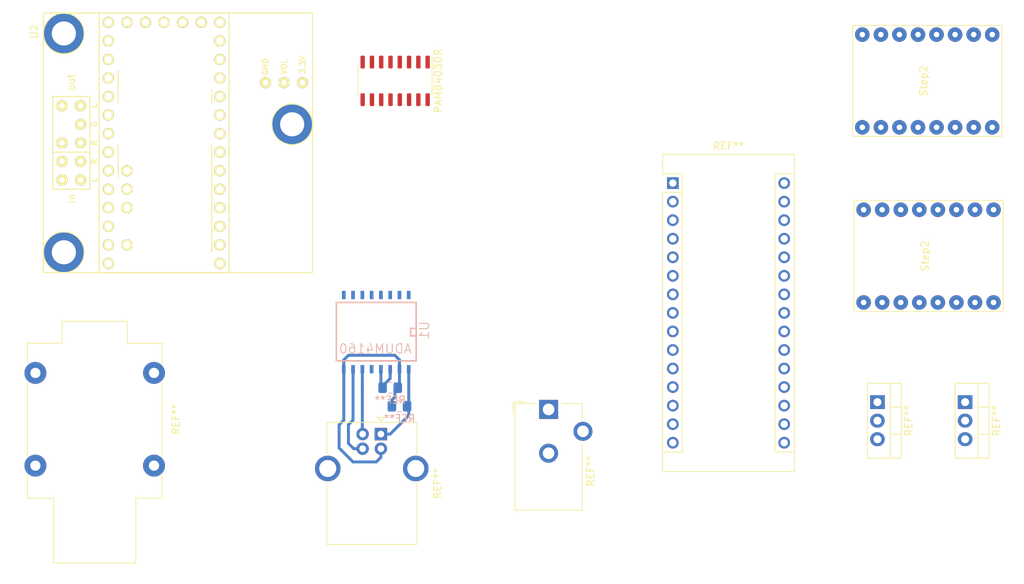
<source format=kicad_pcb>
(kicad_pcb (version 20171130) (host pcbnew 5.1.8)

  (general
    (thickness 1.6)
    (drawings 8)
    (tracks 35)
    (zones 0)
    (modules 13)
    (nets 1)
  )

  (page A4)
  (layers
    (0 F.Cu signal)
    (31 B.Cu signal)
    (32 B.Adhes user)
    (33 F.Adhes user)
    (34 B.Paste user)
    (35 F.Paste user)
    (36 B.SilkS user)
    (37 F.SilkS user)
    (38 B.Mask user)
    (39 F.Mask user)
    (40 Dwgs.User user)
    (41 Cmts.User user)
    (42 Eco1.User user)
    (43 Eco2.User user)
    (44 Edge.Cuts user)
    (45 Margin user)
    (46 B.CrtYd user)
    (47 F.CrtYd user)
    (48 B.Fab user hide)
    (49 F.Fab user)
  )

  (setup
    (last_trace_width 0.4)
    (user_trace_width 0.4)
    (trace_clearance 0.2)
    (zone_clearance 0.508)
    (zone_45_only no)
    (trace_min 0.2)
    (via_size 0.8)
    (via_drill 0.4)
    (via_min_size 0.4)
    (via_min_drill 0.3)
    (uvia_size 0.3)
    (uvia_drill 0.1)
    (uvias_allowed no)
    (uvia_min_size 0.2)
    (uvia_min_drill 0.1)
    (edge_width 0.05)
    (segment_width 0.2)
    (pcb_text_width 0.3)
    (pcb_text_size 1.5 1.5)
    (mod_edge_width 0.12)
    (mod_text_size 1 1)
    (mod_text_width 0.15)
    (pad_size 1.7 1.7)
    (pad_drill 0.92)
    (pad_to_mask_clearance 0)
    (aux_axis_origin 0 0)
    (visible_elements FFFFFF7F)
    (pcbplotparams
      (layerselection 0x010fc_ffffffff)
      (usegerberextensions false)
      (usegerberattributes true)
      (usegerberadvancedattributes true)
      (creategerberjobfile true)
      (excludeedgelayer true)
      (linewidth 0.100000)
      (plotframeref false)
      (viasonmask false)
      (mode 1)
      (useauxorigin false)
      (hpglpennumber 1)
      (hpglpenspeed 20)
      (hpglpendiameter 15.000000)
      (psnegative false)
      (psa4output false)
      (plotreference true)
      (plotvalue true)
      (plotinvisibletext false)
      (padsonsilk false)
      (subtractmaskfromsilk false)
      (outputformat 1)
      (mirror false)
      (drillshape 1)
      (scaleselection 1)
      (outputdirectory ""))
  )

  (net 0 "")

  (net_class Default "This is the default net class."
    (clearance 0.2)
    (trace_width 0.25)
    (via_dia 0.8)
    (via_drill 0.4)
    (uvia_dia 0.3)
    (uvia_drill 0.1)
  )

  (module Capacitor_SMD:C_0805_2012Metric_Pad1.18x1.45mm_HandSolder (layer B.Cu) (tedit 5F68FEEF) (tstamp 5FD84DB4)
    (at 127 113.03)
    (descr "Capacitor SMD 0805 (2012 Metric), square (rectangular) end terminal, IPC_7351 nominal with elongated pad for handsoldering. (Body size source: IPC-SM-782 page 76, https://www.pcb-3d.com/wordpress/wp-content/uploads/ipc-sm-782a_amendment_1_and_2.pdf, https://docs.google.com/spreadsheets/d/1BsfQQcO9C6DZCsRaXUlFlo91Tg2WpOkGARC1WS5S8t0/edit?usp=sharing), generated with kicad-footprint-generator")
    (tags "capacitor handsolder")
    (attr smd)
    (fp_text reference REF** (at 0 1.68) (layer B.SilkS)
      (effects (font (size 1 1) (thickness 0.15)) (justify mirror))
    )
    (fp_text value C_0805_2012Metric_Pad1.18x1.45mm_HandSolder (at 0 -1.68) (layer B.Fab)
      (effects (font (size 1 1) (thickness 0.15)) (justify mirror))
    )
    (fp_line (start 1.88 -0.98) (end -1.88 -0.98) (layer B.CrtYd) (width 0.05))
    (fp_line (start 1.88 0.98) (end 1.88 -0.98) (layer B.CrtYd) (width 0.05))
    (fp_line (start -1.88 0.98) (end 1.88 0.98) (layer B.CrtYd) (width 0.05))
    (fp_line (start -1.88 -0.98) (end -1.88 0.98) (layer B.CrtYd) (width 0.05))
    (fp_line (start -0.261252 -0.735) (end 0.261252 -0.735) (layer B.SilkS) (width 0.12))
    (fp_line (start -0.261252 0.735) (end 0.261252 0.735) (layer B.SilkS) (width 0.12))
    (fp_line (start 1 -0.625) (end -1 -0.625) (layer B.Fab) (width 0.1))
    (fp_line (start 1 0.625) (end 1 -0.625) (layer B.Fab) (width 0.1))
    (fp_line (start -1 0.625) (end 1 0.625) (layer B.Fab) (width 0.1))
    (fp_line (start -1 -0.625) (end -1 0.625) (layer B.Fab) (width 0.1))
    (fp_text user %R (at 0 0) (layer B.Fab)
      (effects (font (size 0.5 0.5) (thickness 0.08)) (justify mirror))
    )
    (pad 1 smd roundrect (at -1.0375 0) (size 1.175 1.45) (layers B.Cu B.Paste B.Mask) (roundrect_rratio 0.212766))
    (pad 2 smd roundrect (at 1.0375 0) (size 1.175 1.45) (layers B.Cu B.Paste B.Mask) (roundrect_rratio 0.212766))
    (model ${KISYS3DMOD}/Capacitor_SMD.3dshapes/C_0805_2012Metric.wrl
      (at (xyz 0 0 0))
      (scale (xyz 1 1 1))
      (rotate (xyz 0 0 0))
    )
  )

  (module Capacitor_SMD:C_0805_2012Metric_Pad1.18x1.45mm_HandSolder (layer B.Cu) (tedit 5F68FEEF) (tstamp 5FD84CC4)
    (at 128.27 115.57)
    (descr "Capacitor SMD 0805 (2012 Metric), square (rectangular) end terminal, IPC_7351 nominal with elongated pad for handsoldering. (Body size source: IPC-SM-782 page 76, https://www.pcb-3d.com/wordpress/wp-content/uploads/ipc-sm-782a_amendment_1_and_2.pdf, https://docs.google.com/spreadsheets/d/1BsfQQcO9C6DZCsRaXUlFlo91Tg2WpOkGARC1WS5S8t0/edit?usp=sharing), generated with kicad-footprint-generator")
    (tags "capacitor handsolder")
    (attr smd)
    (fp_text reference REF** (at 0 1.68) (layer B.SilkS)
      (effects (font (size 1 1) (thickness 0.15)) (justify mirror))
    )
    (fp_text value C_0805_2012Metric_Pad1.18x1.45mm_HandSolder (at 0 -1.68) (layer B.Fab)
      (effects (font (size 1 1) (thickness 0.15)) (justify mirror))
    )
    (fp_text user %R (at 0 0) (layer B.Fab)
      (effects (font (size 0.5 0.5) (thickness 0.08)) (justify mirror))
    )
    (fp_line (start -1 -0.625) (end -1 0.625) (layer B.Fab) (width 0.1))
    (fp_line (start -1 0.625) (end 1 0.625) (layer B.Fab) (width 0.1))
    (fp_line (start 1 0.625) (end 1 -0.625) (layer B.Fab) (width 0.1))
    (fp_line (start 1 -0.625) (end -1 -0.625) (layer B.Fab) (width 0.1))
    (fp_line (start -0.261252 0.735) (end 0.261252 0.735) (layer B.SilkS) (width 0.12))
    (fp_line (start -0.261252 -0.735) (end 0.261252 -0.735) (layer B.SilkS) (width 0.12))
    (fp_line (start -1.88 -0.98) (end -1.88 0.98) (layer B.CrtYd) (width 0.05))
    (fp_line (start -1.88 0.98) (end 1.88 0.98) (layer B.CrtYd) (width 0.05))
    (fp_line (start 1.88 0.98) (end 1.88 -0.98) (layer B.CrtYd) (width 0.05))
    (fp_line (start 1.88 -0.98) (end -1.88 -0.98) (layer B.CrtYd) (width 0.05))
    (pad 2 smd roundrect (at 1.0375 0) (size 1.175 1.45) (layers B.Cu B.Paste B.Mask) (roundrect_rratio 0.212766))
    (pad 1 smd roundrect (at -1.0375 0) (size 1.175 1.45) (layers B.Cu B.Paste B.Mask) (roundrect_rratio 0.212766))
    (model ${KISYS3DMOD}/Capacitor_SMD.3dshapes/C_0805_2012Metric.wrl
      (at (xyz 0 0 0))
      (scale (xyz 1 1 1))
      (rotate (xyz 0 0 0))
    )
  )

  (module Connector_USB:USB_B_OST_USB-B1HSxx_Horizontal (layer F.Cu) (tedit 5FD7D0C8) (tstamp 5FD151C4)
    (at 125.73 119.38 270)
    (descr "USB B receptacle, Horizontal, through-hole, http://www.on-shore.com/wp-content/uploads/2015/09/usb-b1hsxx.pdf")
    (tags "USB-B receptacle horizontal through-hole")
    (fp_text reference REF** (at 6.76 -7.77 90) (layer F.SilkS)
      (effects (font (size 1 1) (thickness 0.15)))
    )
    (fp_text value USB_B_OST_USB-B1HSxx_Horizontal (at 6.76 10.27 90) (layer F.Fab)
      (effects (font (size 1 1) (thickness 0.15)))
    )
    (fp_line (start -0.49 -4.8) (end 15.01 -4.8) (layer F.Fab) (width 0.1))
    (fp_line (start 15.01 -4.8) (end 15.01 7.3) (layer F.Fab) (width 0.1))
    (fp_line (start 15.01 7.3) (end -1.49 7.3) (layer F.Fab) (width 0.1))
    (fp_line (start -1.49 7.3) (end -1.49 -3.8) (layer F.Fab) (width 0.1))
    (fp_line (start -1.49 -3.8) (end -0.49 -4.8) (layer F.Fab) (width 0.1))
    (fp_line (start 2.66 -4.91) (end -1.6 -4.91) (layer F.SilkS) (width 0.12))
    (fp_line (start -1.6 -4.91) (end -1.6 7.41) (layer F.SilkS) (width 0.12))
    (fp_line (start -1.6 7.41) (end 2.66 7.41) (layer F.SilkS) (width 0.12))
    (fp_line (start 6.76 -4.91) (end 15.12 -4.91) (layer F.SilkS) (width 0.12))
    (fp_line (start 15.12 -4.91) (end 15.12 7.41) (layer F.SilkS) (width 0.12))
    (fp_line (start 15.12 7.41) (end 6.76 7.41) (layer F.SilkS) (width 0.12))
    (fp_line (start -1.82 0) (end -2.32 -0.5) (layer F.SilkS) (width 0.12))
    (fp_line (start -2.32 -0.5) (end -2.32 0.5) (layer F.SilkS) (width 0.12))
    (fp_line (start -2.32 0.5) (end -1.82 0) (layer F.SilkS) (width 0.12))
    (fp_line (start -1.99 -7.02) (end -1.99 9.52) (layer F.CrtYd) (width 0.05))
    (fp_line (start -1.99 9.52) (end 15.51 9.52) (layer F.CrtYd) (width 0.05))
    (fp_line (start 15.51 9.52) (end 15.51 -7.02) (layer F.CrtYd) (width 0.05))
    (fp_line (start 15.51 -7.02) (end -1.99 -7.02) (layer F.CrtYd) (width 0.05))
    (fp_text user %R (at 6.76 1.25 90) (layer F.Fab)
      (effects (font (size 1 1) (thickness 0.15)))
    )
    (pad 5 thru_hole circle (at 4.71 7.27 270) (size 3.5 3.5) (drill 2.33) (layers *.Cu *.Mask))
    (pad 5 thru_hole circle (at 4.71 -4.77 270) (size 3.5 3.5) (drill 2.33) (layers *.Cu *.Mask))
    (pad GND thru_hole circle (at 2 0 270) (size 1.7 1.7) (drill 0.92) (layers *.Cu *.Mask))
    (pad D+ thru_hole circle (at 2 2.5 270) (size 1.7 1.7) (drill 0.92) (layers *.Cu *.Mask))
    (pad D- thru_hole circle (at 0 2.5 270) (size 1.7 1.7) (drill 0.92) (layers *.Cu *.Mask))
    (pad VCC thru_hole rect (at 0 0 270) (size 1.7 1.7) (drill 0.92) (layers *.Cu *.Mask))
    (model ${KISYS3DMOD}/Connector_USB.3dshapes/USB_B_OST_USB-B1HSxx_Horizontal.wrl
      (at (xyz 0 0 0))
      (scale (xyz 1 1 1))
      (rotate (xyz 0 0 0))
    )
  )

  (module Adum4160 (layer B.Cu) (tedit 5FD7CC1D) (tstamp 5FD0568D)
    (at 125.095 105.41 90)
    (descr "Module CMS SOJ 16 pins tres large")
    (tags "CMS SOJ")
    (attr smd)
    (fp_text reference U1 (at 0.2286 6.5786 90) (layer B.SilkS)
      (effects (font (size 1.27 1.27) (thickness 0.127)) (justify mirror))
    )
    (fp_text value ADUM4160 (at -2.286 -0.127 180) (layer B.SilkS)
      (effects (font (size 1.27 1.27) (thickness 0.127)) (justify mirror))
    )
    (fp_line (start -3.937 5.461) (end 4.064 5.461) (layer B.SilkS) (width 0.2032))
    (fp_line (start 4.064 -5.461) (end -3.937 -5.461) (layer B.SilkS) (width 0.2032))
    (fp_line (start 4.064 5.461) (end 4.064 -5.461) (layer B.SilkS) (width 0.2032))
    (fp_line (start -3.937 -5.461) (end -3.937 5.461) (layer B.SilkS) (width 0.2032))
    (fp_line (start 0.508 5.461) (end 0.508 4.699) (layer B.SilkS) (width 0.2032))
    (fp_line (start 0.508 4.699) (end -0.508 4.699) (layer B.SilkS) (width 0.2032))
    (fp_line (start -0.508 4.699) (end -0.508 5.461) (layer B.SilkS) (width 0.2032))
    (pad "1(VBus1)" smd rect (at -5.08 4.445 180) (size 0.508 1.143) (layers B.Cu B.Paste B.Mask))
    (pad "2(GND1)" smd rect (at -5.08 3.175 180) (size 0.508 1.143) (layers B.Cu B.Paste B.Mask))
    (pad "3(VDD1)" smd rect (at -5.08 1.905 180) (size 0.508 1.143) (layers B.Cu B.Paste B.Mask))
    (pad "4(PDEN)" smd rect (at -5.08 0.635 180) (size 0.508 1.143) (layers B.Cu B.Paste B.Mask))
    (pad "5(SPU)" smd rect (at -5.08 -0.635 180) (size 0.508 1.143) (layers B.Cu B.Paste B.Mask))
    (pad "6(UD-)" smd rect (at -5.08 -1.905 180) (size 0.508 1.143) (layers B.Cu B.Paste B.Mask))
    (pad "7(UD+)" smd rect (at -5.08 -3.175 180) (size 0.508 1.143) (layers B.Cu B.Paste B.Mask))
    (pad "8(GND1)" smd rect (at -5.08 -4.445 180) (size 0.508 1.143) (layers B.Cu B.Paste B.Mask))
    (pad "9(GND2)" smd rect (at 5.08 -4.445 180) (size 0.508 1.143) (layers B.Cu B.Paste B.Mask))
    (pad "10(DD+)" smd rect (at 5.08 -3.175 180) (size 0.508 1.143) (layers B.Cu B.Paste B.Mask))
    (pad "11(DD-)" smd rect (at 5.08 -1.905 180) (size 0.508 1.143) (layers B.Cu B.Paste B.Mask))
    (pad "12(PIN)" smd rect (at 5.08 -0.635 180) (size 0.508 1.143) (layers B.Cu B.Paste B.Mask))
    (pad "13(SPD)" smd rect (at 5.08 0.635 180) (size 0.508 1.143) (layers B.Cu B.Paste B.Mask))
    (pad "14(VDD2)" smd rect (at 5.08 1.905 180) (size 0.508 1.143) (layers B.Cu B.Paste B.Mask))
    (pad "15(GND2)" smd rect (at 5.08 3.175 180) (size 0.508 1.143) (layers B.Cu B.Paste B.Mask))
    (pad "16(VBus2)" smd rect (at 5.08 4.445 180) (size 0.508 1.143) (layers B.Cu B.Paste B.Mask))
    (model smd/cms_so16.wrl
      (at (xyz 0 0 0))
      (scale (xyz 0.5 0.6 0.5))
      (rotate (xyz 0 0 0))
    )
  )

  (module Package_SO:SO-16_3.9x9.9mm_P1.27mm (layer F.Cu) (tedit 5E888720) (tstamp 5FD2D2FF)
    (at 127.68 71 270)
    (descr "SO, 16 Pin (https://www.nxp.com/docs/en/package-information/SOT109-1.pdf), generated with kicad-footprint-generator ipc_gullwing_generator.py")
    (tags "SO SO")
    (attr smd)
    (fp_text reference PAM8403DR (at 0 -5.9 90) (layer F.SilkS)
      (effects (font (size 1 1) (thickness 0.15)))
    )
    (fp_text value SO-16_3.9x9.9mm_P1.27mm (at 0 5.9 90) (layer F.Fab)
      (effects (font (size 1 1) (thickness 0.15)))
    )
    (fp_line (start 0 5.06) (end 1.95 5.06) (layer F.SilkS) (width 0.12))
    (fp_line (start 0 5.06) (end -1.95 5.06) (layer F.SilkS) (width 0.12))
    (fp_line (start 0 -5.06) (end 1.95 -5.06) (layer F.SilkS) (width 0.12))
    (fp_line (start 0 -5.06) (end -3.45 -5.06) (layer F.SilkS) (width 0.12))
    (fp_line (start -0.975 -4.95) (end 1.95 -4.95) (layer F.Fab) (width 0.1))
    (fp_line (start 1.95 -4.95) (end 1.95 4.95) (layer F.Fab) (width 0.1))
    (fp_line (start 1.95 4.95) (end -1.95 4.95) (layer F.Fab) (width 0.1))
    (fp_line (start -1.95 4.95) (end -1.95 -3.975) (layer F.Fab) (width 0.1))
    (fp_line (start -1.95 -3.975) (end -0.975 -4.95) (layer F.Fab) (width 0.1))
    (fp_line (start -3.7 -5.2) (end -3.7 5.2) (layer F.CrtYd) (width 0.05))
    (fp_line (start -3.7 5.2) (end 3.7 5.2) (layer F.CrtYd) (width 0.05))
    (fp_line (start 3.7 5.2) (end 3.7 -5.2) (layer F.CrtYd) (width 0.05))
    (fp_line (start 3.7 -5.2) (end -3.7 -5.2) (layer F.CrtYd) (width 0.05))
    (fp_text user %R (at 0 0 90) (layer F.Fab)
      (effects (font (size 0.98 0.98) (thickness 0.15)))
    )
    (pad 16 smd roundrect (at 2.575 -4.445 270) (size 1.75 0.6) (layers F.Cu F.Paste F.Mask) (roundrect_rratio 0.25))
    (pad 15 smd roundrect (at 2.575 -3.175 270) (size 1.75 0.6) (layers F.Cu F.Paste F.Mask) (roundrect_rratio 0.25))
    (pad 14 smd roundrect (at 2.575 -1.905 270) (size 1.75 0.6) (layers F.Cu F.Paste F.Mask) (roundrect_rratio 0.25))
    (pad 13 smd roundrect (at 2.575 -0.635 270) (size 1.75 0.6) (layers F.Cu F.Paste F.Mask) (roundrect_rratio 0.25))
    (pad 12 smd roundrect (at 2.575 0.635 270) (size 1.75 0.6) (layers F.Cu F.Paste F.Mask) (roundrect_rratio 0.25))
    (pad 11 smd roundrect (at 2.575 1.905 270) (size 1.75 0.6) (layers F.Cu F.Paste F.Mask) (roundrect_rratio 0.25))
    (pad 10 smd roundrect (at 2.575 3.175 270) (size 1.75 0.6) (layers F.Cu F.Paste F.Mask) (roundrect_rratio 0.25))
    (pad 9 smd roundrect (at 2.575 4.445 270) (size 1.75 0.6) (layers F.Cu F.Paste F.Mask) (roundrect_rratio 0.25))
    (pad 8 smd roundrect (at -2.575 4.445 270) (size 1.75 0.6) (layers F.Cu F.Paste F.Mask) (roundrect_rratio 0.25))
    (pad 7 smd roundrect (at -2.575 3.175 270) (size 1.75 0.6) (layers F.Cu F.Paste F.Mask) (roundrect_rratio 0.25))
    (pad 6 smd roundrect (at -2.575 1.905 270) (size 1.75 0.6) (layers F.Cu F.Paste F.Mask) (roundrect_rratio 0.25))
    (pad 5 smd roundrect (at -2.575 0.635 270) (size 1.75 0.6) (layers F.Cu F.Paste F.Mask) (roundrect_rratio 0.25))
    (pad 4 smd roundrect (at -2.575 -0.635 270) (size 1.75 0.6) (layers F.Cu F.Paste F.Mask) (roundrect_rratio 0.25))
    (pad 3 smd roundrect (at -2.575 -1.905 270) (size 1.75 0.6) (layers F.Cu F.Paste F.Mask) (roundrect_rratio 0.25))
    (pad 2 smd roundrect (at -2.575 -3.175 270) (size 1.75 0.6) (layers F.Cu F.Paste F.Mask) (roundrect_rratio 0.25))
    (pad 1 smd roundrect (at -2.575 -4.445 270) (size 1.75 0.6) (layers F.Cu F.Paste F.Mask) (roundrect_rratio 0.25))
    (model ${KISYS3DMOD}/Package_SO.3dshapes/SO-16_3.9x9.9mm_P1.27mm.wrl
      (at (xyz 0 0 0))
      (scale (xyz 1 1 1))
      (rotate (xyz 0 0 0))
    )
  )

  (module Package_TO_SOT_THT:TO-220-3_Vertical (layer F.Cu) (tedit 5AC8BA0D) (tstamp 5FD18229)
    (at 193.68 115 270)
    (descr "TO-220-3, Vertical, RM 2.54mm, see https://www.vishay.com/docs/66542/to-220-1.pdf")
    (tags "TO-220-3 Vertical RM 2.54mm")
    (fp_text reference REF** (at 2.54 -4.27 90) (layer F.SilkS)
      (effects (font (size 1 1) (thickness 0.15)))
    )
    (fp_text value TO-220-3_Vertical (at 2.54 2.5 90) (layer F.Fab)
      (effects (font (size 1 1) (thickness 0.15)))
    )
    (fp_line (start 7.79 -3.4) (end -2.71 -3.4) (layer F.CrtYd) (width 0.05))
    (fp_line (start 7.79 1.51) (end 7.79 -3.4) (layer F.CrtYd) (width 0.05))
    (fp_line (start -2.71 1.51) (end 7.79 1.51) (layer F.CrtYd) (width 0.05))
    (fp_line (start -2.71 -3.4) (end -2.71 1.51) (layer F.CrtYd) (width 0.05))
    (fp_line (start 4.391 -3.27) (end 4.391 -1.76) (layer F.SilkS) (width 0.12))
    (fp_line (start 0.69 -3.27) (end 0.69 -1.76) (layer F.SilkS) (width 0.12))
    (fp_line (start -2.58 -1.76) (end 7.66 -1.76) (layer F.SilkS) (width 0.12))
    (fp_line (start 7.66 -3.27) (end 7.66 1.371) (layer F.SilkS) (width 0.12))
    (fp_line (start -2.58 -3.27) (end -2.58 1.371) (layer F.SilkS) (width 0.12))
    (fp_line (start -2.58 1.371) (end 7.66 1.371) (layer F.SilkS) (width 0.12))
    (fp_line (start -2.58 -3.27) (end 7.66 -3.27) (layer F.SilkS) (width 0.12))
    (fp_line (start 4.39 -3.15) (end 4.39 -1.88) (layer F.Fab) (width 0.1))
    (fp_line (start 0.69 -3.15) (end 0.69 -1.88) (layer F.Fab) (width 0.1))
    (fp_line (start -2.46 -1.88) (end 7.54 -1.88) (layer F.Fab) (width 0.1))
    (fp_line (start 7.54 -3.15) (end -2.46 -3.15) (layer F.Fab) (width 0.1))
    (fp_line (start 7.54 1.25) (end 7.54 -3.15) (layer F.Fab) (width 0.1))
    (fp_line (start -2.46 1.25) (end 7.54 1.25) (layer F.Fab) (width 0.1))
    (fp_line (start -2.46 -3.15) (end -2.46 1.25) (layer F.Fab) (width 0.1))
    (fp_text user %R (at 2.54 -4.27 90) (layer F.Fab)
      (effects (font (size 1 1) (thickness 0.15)))
    )
    (pad 1 thru_hole rect (at 0 0 270) (size 1.905 2) (drill 1.1) (layers *.Cu *.Mask))
    (pad 2 thru_hole oval (at 2.54 0 270) (size 1.905 2) (drill 1.1) (layers *.Cu *.Mask))
    (pad 3 thru_hole oval (at 5.08 0 270) (size 1.905 2) (drill 1.1) (layers *.Cu *.Mask))
    (model ${KISYS3DMOD}/Package_TO_SOT_THT.3dshapes/TO-220-3_Vertical.wrl
      (at (xyz 0 0 0))
      (scale (xyz 1 1 1))
      (rotate (xyz 0 0 0))
    )
  )

  (module Connector_Audio:Jack_6.35mm_Neutrik_NMJ4HFD2_Horizontal (layer F.Cu) (tedit 5C194A94) (tstamp 5FD17D4F)
    (at 94.68 111 270)
    (descr "M Series, 6.35mm (1/4in) mono jack, switched, with full threaded nose and straight PCB pins, https://www.neutrik.com/en/product/nmj4hfd2")
    (tags "neutrik jack m")
    (fp_text reference REF** (at 6.35 -3 90) (layer F.SilkS)
      (effects (font (size 1 1) (thickness 0.15)))
    )
    (fp_text value Jack_6.35mm_Neutrik_NMJ4HFD2_Horizontal (at 6.35 19 90) (layer F.Fab)
      (effects (font (size 1 1) (thickness 0.15)))
    )
    (fp_line (start -7.45 18.23) (end 26.4 18.23) (layer F.CrtYd) (width 0.05))
    (fp_line (start 26.4 18.23) (end 26.4 -2) (layer F.CrtYd) (width 0.05))
    (fp_line (start 26.4 -2) (end -7.45 -2) (layer F.CrtYd) (width 0.05))
    (fp_line (start -7.45 18.23) (end -7.45 -2) (layer F.CrtYd) (width 0.05))
    (fp_line (start 17.17 2.495) (end 26.02 2.495) (layer F.SilkS) (width 0.12))
    (fp_line (start 26.02 13.735) (end 26.02 2.495) (layer F.SilkS) (width 0.12))
    (fp_line (start 17.17 13.735) (end 26.02 13.735) (layer F.SilkS) (width 0.12))
    (fp_line (start -7.07 12.585) (end -4.07 12.585) (layer F.SilkS) (width 0.12))
    (fp_line (start 17.17 17.335) (end 17.17 13.735) (layer F.SilkS) (width 0.12))
    (fp_line (start 17.17 -1.105) (end 14.05 -1.105) (layer F.SilkS) (width 0.12))
    (fp_line (start 17.17 17.335) (end 14.05 17.335) (layer F.SilkS) (width 0.12))
    (fp_line (start -1.35 17.335) (end -4.07 17.335) (layer F.SilkS) (width 0.12))
    (fp_line (start 11.3 17.335) (end 1.4 17.335) (layer F.SilkS) (width 0.12))
    (fp_line (start 1.4 -1.105) (end 11.3 -1.105) (layer F.SilkS) (width 0.12))
    (fp_line (start -4.07 -1.105) (end -1.35 -1.105) (layer F.SilkS) (width 0.12))
    (fp_line (start -4.07 17.335) (end -4.07 12.585) (layer F.SilkS) (width 0.12))
    (fp_line (start 17.05 17.215) (end -3.95 17.215) (layer F.Fab) (width 0.1))
    (fp_line (start 17.05 17.215) (end 17.05 -0.985) (layer F.Fab) (width 0.1))
    (fp_line (start 17.05 -0.985) (end -3.95 -0.985) (layer F.Fab) (width 0.1))
    (fp_line (start -6.95 12.465) (end -6.95 3.765) (layer F.Fab) (width 0.1))
    (fp_line (start -3.95 17.215) (end -3.95 -0.985) (layer F.Fab) (width 0.1))
    (fp_line (start 25.9 13.615) (end 25.9 2.615) (layer F.Fab) (width 0.1))
    (fp_line (start 25.9 13.615) (end 17.05 13.615) (layer F.Fab) (width 0.1))
    (fp_line (start 25.9 2.615) (end 17.05 2.615) (layer F.Fab) (width 0.1))
    (fp_line (start -6.95 12.465) (end -3.95 12.465) (layer F.Fab) (width 0.1))
    (fp_line (start -6.95 3.765) (end -3.95 3.765) (layer F.Fab) (width 0.1))
    (fp_line (start -7.07 12.545) (end -7.07 3.645) (layer F.SilkS) (width 0.12))
    (fp_line (start -7.07 3.645) (end -4.07 3.645) (layer F.SilkS) (width 0.12))
    (fp_line (start -4.07 3.645) (end -4.07 -1.105) (layer F.SilkS) (width 0.12))
    (fp_line (start 17.17 2.495) (end 17.17 -1.105) (layer F.SilkS) (width 0.12))
    (fp_text user %R (at 6.35 8.115 90) (layer F.Fab)
      (effects (font (size 1 1) (thickness 0.15)))
    )
    (pad TN thru_hole circle (at 0 16.23 270) (size 3 3) (drill 1.4) (layers *.Cu *.Mask))
    (pad SN thru_hole circle (at 12.7 16.23 270) (size 3 3) (drill 1.4) (layers *.Cu *.Mask))
    (pad T thru_hole circle (at 0 0 270) (size 3 3) (drill 1.4) (layers *.Cu *.Mask))
    (pad S thru_hole circle (at 12.7 0 270) (size 3 3) (drill 1.4) (layers *.Cu *.Mask))
    (model ${KISYS3DMOD}/Connector_Audio.3dshapes/Jack_6.35mm_Neutrik_NMJ4HFD2_Horizontal.wrl
      (at (xyz 0 0 0))
      (scale (xyz 1 1 1))
      (rotate (xyz 0 0 0))
    )
  )

  (module Package_TO_SOT_THT:TO-220-3_Vertical (layer F.Cu) (tedit 5AC8BA0D) (tstamp 5FD162B6)
    (at 205.68 115 270)
    (descr "TO-220-3, Vertical, RM 2.54mm, see https://www.vishay.com/docs/66542/to-220-1.pdf")
    (tags "TO-220-3 Vertical RM 2.54mm")
    (fp_text reference REF** (at 2.54 -4.27 90) (layer F.SilkS)
      (effects (font (size 1 1) (thickness 0.15)))
    )
    (fp_text value TO-220-3_Vertical (at 2.54 2.5 90) (layer F.Fab)
      (effects (font (size 1 1) (thickness 0.15)))
    )
    (fp_line (start -2.46 -3.15) (end -2.46 1.25) (layer F.Fab) (width 0.1))
    (fp_line (start -2.46 1.25) (end 7.54 1.25) (layer F.Fab) (width 0.1))
    (fp_line (start 7.54 1.25) (end 7.54 -3.15) (layer F.Fab) (width 0.1))
    (fp_line (start 7.54 -3.15) (end -2.46 -3.15) (layer F.Fab) (width 0.1))
    (fp_line (start -2.46 -1.88) (end 7.54 -1.88) (layer F.Fab) (width 0.1))
    (fp_line (start 0.69 -3.15) (end 0.69 -1.88) (layer F.Fab) (width 0.1))
    (fp_line (start 4.39 -3.15) (end 4.39 -1.88) (layer F.Fab) (width 0.1))
    (fp_line (start -2.58 -3.27) (end 7.66 -3.27) (layer F.SilkS) (width 0.12))
    (fp_line (start -2.58 1.371) (end 7.66 1.371) (layer F.SilkS) (width 0.12))
    (fp_line (start -2.58 -3.27) (end -2.58 1.371) (layer F.SilkS) (width 0.12))
    (fp_line (start 7.66 -3.27) (end 7.66 1.371) (layer F.SilkS) (width 0.12))
    (fp_line (start -2.58 -1.76) (end 7.66 -1.76) (layer F.SilkS) (width 0.12))
    (fp_line (start 0.69 -3.27) (end 0.69 -1.76) (layer F.SilkS) (width 0.12))
    (fp_line (start 4.391 -3.27) (end 4.391 -1.76) (layer F.SilkS) (width 0.12))
    (fp_line (start -2.71 -3.4) (end -2.71 1.51) (layer F.CrtYd) (width 0.05))
    (fp_line (start -2.71 1.51) (end 7.79 1.51) (layer F.CrtYd) (width 0.05))
    (fp_line (start 7.79 1.51) (end 7.79 -3.4) (layer F.CrtYd) (width 0.05))
    (fp_line (start 7.79 -3.4) (end -2.71 -3.4) (layer F.CrtYd) (width 0.05))
    (fp_text user %R (at 2.54 -4.27 90) (layer F.Fab)
      (effects (font (size 1 1) (thickness 0.15)))
    )
    (pad 3 thru_hole oval (at 5.08 0 270) (size 1.905 2) (drill 1.1) (layers *.Cu *.Mask))
    (pad 2 thru_hole oval (at 2.54 0 270) (size 1.905 2) (drill 1.1) (layers *.Cu *.Mask))
    (pad 1 thru_hole rect (at 0 0 270) (size 1.905 2) (drill 1.1) (layers *.Cu *.Mask))
    (model ${KISYS3DMOD}/Package_TO_SOT_THT.3dshapes/TO-220-3_Vertical.wrl
      (at (xyz 0 0 0))
      (scale (xyz 1 1 1))
      (rotate (xyz 0 0 0))
    )
  )

  (module audioshield (layer F.Cu) (tedit 5698760F) (tstamp 5FD15279)
    (at 103.68 96 90)
    (fp_text reference U2 (at 31.75 -25.4 90) (layer F.SilkS)
      (effects (font (size 1 1) (thickness 0.15)))
    )
    (fp_text value audioshield (at 0.16 8) (layer F.Fab)
      (effects (font (size 1 1) (thickness 0.15)))
    )
    (fp_line (start 21.9 -1.1) (end 23.8 -1.1) (layer F.SilkS) (width 0.15))
    (fp_line (start 1.6 -1.1) (end 16.2 -1.1) (layer F.SilkS) (width 0.15))
    (fp_line (start 21.9 -13.9) (end 26.4 -13.9) (layer F.SilkS) (width 0.15))
    (fp_line (start 11.7 -13.9) (end 16.3 -13.9) (layer F.SilkS) (width 0.15))
    (fp_circle (center 1.524 -21.336) (end 4.318 -21.336) (layer F.SilkS) (width 0.15))
    (fp_line (start 22.86 -17.78) (end 15.24 -17.78) (layer F.SilkS) (width 0.15))
    (fp_line (start 22.86 -22.86) (end 22.86 -17.78) (layer F.SilkS) (width 0.15))
    (fp_line (start 15.24 -22.86) (end 22.86 -22.86) (layer F.SilkS) (width 0.15))
    (fp_line (start 15.24 -22.86) (end 10.16 -22.86) (layer F.SilkS) (width 0.15))
    (fp_line (start 15.24 -17.78) (end 15.24 -22.86) (layer F.SilkS) (width 0.15))
    (fp_line (start 10.16 -17.78) (end 15.24 -17.78) (layer F.SilkS) (width 0.15))
    (fp_line (start 10.16 -22.86) (end 10.16 -17.78) (layer F.SilkS) (width 0.15))
    (fp_line (start -1.27 12.7) (end -1.27 -24.13) (layer F.SilkS) (width 0.15))
    (fp_line (start 34.29 12.7) (end -1.27 12.7) (layer F.SilkS) (width 0.15))
    (fp_line (start 34.29 -24.13) (end 34.29 12.7) (layer F.SilkS) (width 0.15))
    (fp_line (start -1.27 -24.13) (end 34.29 -24.13) (layer F.SilkS) (width 0.15))
    (fp_line (start -1.27 -16.51) (end -1.27 1.27) (layer F.SilkS) (width 0.15))
    (fp_line (start 34.29 -16.51) (end -1.27 -16.51) (layer F.SilkS) (width 0.15))
    (fp_line (start 34.29 1.27) (end 34.29 -16.51) (layer F.SilkS) (width 0.15))
    (fp_line (start -1.27 1.27) (end 34.29 1.27) (layer F.SilkS) (width 0.15))
    (fp_circle (center 31.496 -21.336) (end 34.29 -21.336) (layer F.SilkS) (width 0.15))
    (fp_circle (center 19.05 9.906) (end 21.844 9.906) (layer F.SilkS) (width 0.15))
    (fp_text user in (at 8.89 -20.32 90) (layer F.SilkS)
      (effects (font (size 1 1) (thickness 0.15)))
    )
    (fp_text user out (at 24.765 -20.32 90) (layer F.SilkS)
      (effects (font (size 1 1) (thickness 0.15)))
    )
    (fp_text user L (at 11.43 -17.145 90) (layer F.SilkS)
      (effects (font (size 0.762 0.762) (thickness 0.15)))
    )
    (fp_text user R (at 13.97 -17.145 90) (layer F.SilkS)
      (effects (font (size 0.762 0.762) (thickness 0.15)))
    )
    (fp_text user R (at 16.51 -17.145 90) (layer F.SilkS)
      (effects (font (size 0.762 0.762) (thickness 0.15)))
    )
    (fp_text user G (at 19.05 -17.145 90) (layer F.SilkS)
      (effects (font (size 0.762 0.762) (thickness 0.15)))
    )
    (fp_text user L (at 21.59 -17.145 90) (layer F.SilkS)
      (effects (font (size 0.762 0.762) (thickness 0.15)))
    )
    (fp_text user GND (at 26.924 6.25 90) (layer F.SilkS)
      (effects (font (size 0.762 0.762) (thickness 0.15)))
    )
    (fp_text user VOL (at 26.924 8.79 90) (layer F.SilkS)
      (effects (font (size 0.762 0.762) (thickness 0.15)))
    )
    (fp_text user 3.3V (at 27.178 11.33 90) (layer F.SilkS)
      (effects (font (size 0.762 0.762) (thickness 0.15)))
    )
    (pad "" thru_hole circle (at 19.05 9.906 90) (size 5.588 5.588) (drill 3.302) (layers *.Cu))
    (pad "" thru_hole circle (at 1.524 -21.336 90) (size 5.588 5.588) (drill 3.302) (layers *.Cu))
    (pad "" thru_hole circle (at 31.496 -21.336 90) (size 5.588 5.588) (drill 3.302) (layers *.Cu))
    (pad 47 thru_hole circle (at 24.765 11.33 90) (size 1.524 1.524) (drill 0.762) (layers *.Cu *.Mask F.SilkS))
    (pad 48 thru_hole circle (at 24.765 8.79 90) (size 1.524 1.524) (drill 0.762) (layers *.Cu *.Mask F.SilkS))
    (pad 49 thru_hole circle (at 24.765 6.25 90) (size 1.524 1.524) (drill 0.762) (layers *.Cu *.Mask F.SilkS))
    (pad 46 thru_hole circle (at 21.59 -21.59 90) (size 1.524 1.524) (drill 0.762) (layers *.Cu *.Mask F.SilkS))
    (pad 44 thru_hole circle (at 21.59 -19.05 90) (size 1.524 1.524) (drill 0.762) (layers *.Cu *.Mask F.SilkS))
    (pad 43 thru_hole circle (at 19.05 -19.05 90) (size 1.524 1.524) (drill 0.762) (layers *.Cu *.Mask F.SilkS))
    (pad 42 thru_hole circle (at 16.51 -19.05 90) (size 1.524 1.524) (drill 0.762) (layers *.Cu *.Mask F.SilkS))
    (pad 45 thru_hole circle (at 16.51 -21.59 90) (size 1.524 1.524) (drill 0.762) (layers *.Cu *.Mask F.SilkS))
    (pad 40 thru_hole circle (at 13.97 -21.59 90) (size 1.524 1.524) (drill 0.762) (layers *.Cu *.Mask F.SilkS))
    (pad 39 thru_hole circle (at 11.43 -21.59 90) (size 1.524 1.524) (drill 0.762) (layers *.Cu *.Mask F.SilkS))
    (pad 41 thru_hole circle (at 13.97 -19.05 90) (size 1.524 1.524) (drill 0.762) (layers *.Cu *.Mask F.SilkS))
    (pad 38 thru_hole circle (at 11.43 -19.05 90) (size 1.524 1.524) (drill 0.762) (layers *.Cu *.Mask F.SilkS))
    (pad 37 thru_hole oval (at 12.7 -12.7 90) (size 1.524 1.524) (drill 1.016) (layers *.Cu *.Mask F.SilkS))
    (pad 36 thru_hole oval (at 10.16 -12.7 90) (size 1.524 1.524) (drill 1.016) (layers *.Cu *.Mask F.SilkS))
    (pad 35 thru_hole oval (at 7.62 -12.7 90) (size 1.524 1.524) (drill 1.016) (layers *.Cu *.Mask F.SilkS))
    (pad 34 thru_hole oval (at 2.54 -12.7 90) (size 1.524 1.524) (drill 1.016) (layers *.Cu *.Mask F.SilkS))
    (pad 33 thru_hole oval (at 0 -15.24 90) (size 1.524 1.524) (drill 1.016) (layers *.Cu *.Mask F.SilkS))
    (pad 32 thru_hole oval (at 2.54 -15.24 90) (size 1.524 1.524) (drill 1.016) (layers *.Cu *.Mask F.SilkS))
    (pad 31 thru_hole oval (at 5.08 -15.24 90) (size 1.524 1.524) (drill 1.016) (layers *.Cu *.Mask F.SilkS))
    (pad 30 thru_hole oval (at 7.62 -15.24 90) (size 1.524 1.524) (drill 1.016) (layers *.Cu *.Mask F.SilkS))
    (pad 29 thru_hole oval (at 10.16 -15.24 90) (size 1.524 1.524) (drill 1.016) (layers *.Cu *.Mask F.SilkS))
    (pad 28 thru_hole oval (at 12.7 -15.24 90) (size 1.524 1.524) (drill 1.016) (layers *.Cu *.Mask F.SilkS))
    (pad 27 thru_hole oval (at 15.24 -15.24 90) (size 1.524 1.524) (drill 1.016) (layers *.Cu *.Mask F.SilkS))
    (pad 26 thru_hole oval (at 17.78 -15.24 90) (size 1.524 1.524) (drill 1.016) (layers *.Cu *.Mask F.SilkS))
    (pad 25 thru_hole oval (at 20.32 -15.24 90) (size 1.524 1.524) (drill 1.016) (layers *.Cu *.Mask F.SilkS))
    (pad 24 thru_hole oval (at 22.86 -15.24 90) (size 1.524 1.524) (drill 1.016) (layers *.Cu *.Mask F.SilkS))
    (pad 23 thru_hole oval (at 25.4 -15.24 90) (size 1.524 1.524) (drill 1.016) (layers *.Cu *.Mask F.SilkS))
    (pad 22 thru_hole oval (at 27.94 -15.24 90) (size 1.524 1.524) (drill 1.016) (layers *.Cu *.Mask F.SilkS))
    (pad 21 thru_hole oval (at 30.48 -15.24 90) (size 1.524 1.524) (drill 1.016) (layers *.Cu *.Mask F.SilkS))
    (pad 20 thru_hole oval (at 33.02 -15.24 90) (size 1.524 1.524) (drill 1.016) (layers *.Cu *.Mask F.SilkS))
    (pad 19 thru_hole oval (at 33.02 -12.7 90) (size 1.524 1.524) (drill 1.016) (layers *.Cu *.Mask F.SilkS))
    (pad 18 thru_hole oval (at 33.02 -10.16 90) (size 1.524 1.524) (drill 1.016) (layers *.Cu *.Mask F.SilkS))
    (pad 17 thru_hole oval (at 33.02 -7.62 90) (size 1.524 1.524) (drill 1.016) (layers *.Cu *.Mask F.SilkS))
    (pad 16 thru_hole oval (at 33.02 -5.08 90) (size 1.524 1.524) (drill 1.016) (layers *.Cu *.Mask F.SilkS))
    (pad 15 thru_hole oval (at 33.02 -2.54 90) (size 1.524 1.524) (drill 1.016) (layers *.Cu *.Mask F.SilkS))
    (pad 14 thru_hole oval (at 33.02 0 90) (size 1.524 1.524) (drill 1.016) (layers *.Cu *.Mask F.SilkS))
    (pad 13 thru_hole oval (at 30.48 0 90) (size 1.524 1.524) (drill 1.016) (layers *.Cu *.Mask F.SilkS))
    (pad 12 thru_hole oval (at 27.94 0 90) (size 1.524 1.524) (drill 1.016) (layers *.Cu *.Mask F.SilkS))
    (pad 11 thru_hole oval (at 25.4 0 90) (size 1.524 1.524) (drill 1.016) (layers *.Cu *.Mask F.SilkS))
    (pad 10 thru_hole oval (at 22.86 0 90) (size 1.524 1.524) (drill 1.016) (layers *.Cu *.Mask F.SilkS))
    (pad 9 thru_hole oval (at 20.32 0 90) (size 1.524 1.524) (drill 1.016) (layers *.Cu *.Mask F.SilkS))
    (pad 8 thru_hole oval (at 17.78 0 90) (size 1.524 1.524) (drill 1.016) (layers *.Cu *.Mask F.SilkS))
    (pad 7 thru_hole oval (at 15.24 0 90) (size 1.524 1.524) (drill 1.016) (layers *.Cu *.Mask F.SilkS))
    (pad 6 thru_hole oval (at 12.7 0 90) (size 1.524 1.524) (drill 1.016) (layers *.Cu *.Mask F.SilkS))
    (pad 5 thru_hole oval (at 10.16 0 90) (size 1.524 1.524) (drill 1.016) (layers *.Cu *.Mask F.SilkS))
    (pad 4 thru_hole oval (at 7.62 0 90) (size 1.524 1.524) (drill 1.016) (layers *.Cu *.Mask F.SilkS))
    (pad 3 thru_hole oval (at 5.08 0 90) (size 1.524 1.524) (drill 1.016) (layers *.Cu *.Mask F.SilkS))
    (pad 2 thru_hole oval (at 2.54 0 90) (size 1.524 1.524) (drill 1.016) (layers *.Cu *.Mask F.SilkS))
    (pad 1 thru_hole oval (at 0 0 90) (size 1.524 1.524) (drill 1.016) (layers *.Cu *.Mask F.SilkS))
  )

  (module Connector_BarrelJack:BarrelJack_CUI_PJ-102AH_Horizontal (layer F.Cu) (tedit 5A1DBF38) (tstamp 5FD1390D)
    (at 148.68 116)
    (descr "Thin-pin DC Barrel Jack, https://cdn-shop.adafruit.com/datasheets/21mmdcjackDatasheet.pdf")
    (tags "Power Jack")
    (fp_text reference REF** (at 5.75 8.45 90) (layer F.SilkS)
      (effects (font (size 1 1) (thickness 0.15)))
    )
    (fp_text value BarrelJack_CUI_PJ-102AH_Horizontal (at -5.5 6.2 90) (layer F.Fab)
      (effects (font (size 1 1) (thickness 0.15)))
    )
    (fp_line (start 1.8 -1.8) (end 1.8 -1.2) (layer F.CrtYd) (width 0.05))
    (fp_line (start 1.8 -1.2) (end 5 -1.2) (layer F.CrtYd) (width 0.05))
    (fp_line (start 5 -1.2) (end 5 1.2) (layer F.CrtYd) (width 0.05))
    (fp_line (start 5 1.2) (end 6.5 1.2) (layer F.CrtYd) (width 0.05))
    (fp_line (start 6.5 1.2) (end 6.5 4.8) (layer F.CrtYd) (width 0.05))
    (fp_line (start 6.5 4.8) (end 5 4.8) (layer F.CrtYd) (width 0.05))
    (fp_line (start 5 4.8) (end 5 14.2) (layer F.CrtYd) (width 0.05))
    (fp_line (start 5 14.2) (end -5 14.2) (layer F.CrtYd) (width 0.05))
    (fp_line (start -5 14.2) (end -5 -1.2) (layer F.CrtYd) (width 0.05))
    (fp_line (start -5 -1.2) (end -1.8 -1.2) (layer F.CrtYd) (width 0.05))
    (fp_line (start -1.8 -1.2) (end -1.8 -1.8) (layer F.CrtYd) (width 0.05))
    (fp_line (start -1.8 -1.8) (end 1.8 -1.8) (layer F.CrtYd) (width 0.05))
    (fp_line (start 4.6 4.8) (end 4.6 13.8) (layer F.SilkS) (width 0.12))
    (fp_line (start 4.6 13.8) (end -4.6 13.8) (layer F.SilkS) (width 0.12))
    (fp_line (start -4.6 13.8) (end -4.6 -0.8) (layer F.SilkS) (width 0.12))
    (fp_line (start -4.6 -0.8) (end -1.8 -0.8) (layer F.SilkS) (width 0.12))
    (fp_line (start 1.8 -0.8) (end 4.6 -0.8) (layer F.SilkS) (width 0.12))
    (fp_line (start 4.6 -0.8) (end 4.6 1.2) (layer F.SilkS) (width 0.12))
    (fp_line (start -4.84 0.7) (end -4.84 -1.04) (layer F.SilkS) (width 0.12))
    (fp_line (start -4.84 -1.04) (end -3.1 -1.04) (layer F.SilkS) (width 0.12))
    (fp_line (start 4.5 -0.7) (end 4.5 13.7) (layer F.Fab) (width 0.1))
    (fp_line (start 4.5 13.7) (end -4.5 13.7) (layer F.Fab) (width 0.1))
    (fp_line (start -4.5 13.7) (end -4.5 0.3) (layer F.Fab) (width 0.1))
    (fp_line (start -4.5 0.3) (end -3.5 -0.7) (layer F.Fab) (width 0.1))
    (fp_line (start -3.5 -0.7) (end 4.5 -0.7) (layer F.Fab) (width 0.1))
    (fp_line (start -4.5 10.2) (end 4.5 10.2) (layer F.Fab) (width 0.1))
    (fp_text user %R (at 0 6.5) (layer F.Fab)
      (effects (font (size 1 1) (thickness 0.15)))
    )
    (pad 3 thru_hole circle (at 4.7 3) (size 2.6 2.6) (drill 1.6) (layers *.Cu *.Mask))
    (pad 2 thru_hole circle (at 0 6) (size 2.6 2.6) (drill 1.6) (layers *.Cu *.Mask))
    (pad 1 thru_hole rect (at 0 0) (size 2.6 2.6) (drill 1.6) (layers *.Cu *.Mask))
    (model ${KISYS3DMOD}/Connector_BarrelJack.3dshapes/BarrelJack_CUI_PJ-102AH_Horizontal.wrl
      (at (xyz 0 0 0))
      (scale (xyz 1 1 1))
      (rotate (xyz 0 0 0))
    )
  )

  (module StepDriver (layer F.Cu) (tedit 5FCFEAB3) (tstamp 5FD062C8)
    (at 200.5 71.01 270)
    (fp_text reference Step2 (at 0 0.5 90) (layer F.SilkS)
      (effects (font (size 1 1) (thickness 0.15)))
    )
    (fp_text value StepDriver (at 0 -0.5 90) (layer F.Fab)
      (effects (font (size 1 1) (thickness 0.15)))
    )
    (fp_line (start -7.6 0) (end -7.6 -10.2) (layer F.SilkS) (width 0.12))
    (fp_line (start -7.6 -10.2) (end 7.6 -10.2) (layer F.SilkS) (width 0.12))
    (fp_line (start 7.6 -10.2) (end 7.6 10.2) (layer F.SilkS) (width 0.12))
    (fp_line (start 7.6 10.2) (end -7.6 10.2) (layer F.SilkS) (width 0.12))
    (fp_line (start -7.6 10.2) (end -7.6 0) (layer F.SilkS) (width 0.12))
    (pad 4 thru_hole circle (at -6.35 -1.27 270) (size 2 2) (drill 0.762) (layers *.Cu *.Mask))
    (pad 3 thru_hole circle (at -6.35 -3.81 270) (size 2 2) (drill 0.762) (layers *.Cu *.Mask))
    (pad 2 thru_hole circle (at -6.35 -6.35 270) (size 2 2) (drill 0.762) (layers *.Cu *.Mask))
    (pad 1 thru_hole circle (at -6.35 -8.89 270) (size 2 2) (drill 0.762) (layers *.Cu *.Mask))
    (pad 10 thru_hole circle (at 6.35 -8.89 270) (size 2 2) (drill 0.762) (layers *.Cu *.Mask))
    (pad 2 thru_hole circle (at 6.35 -6.35 270) (size 2 2) (drill 0.762) (layers *.Cu *.Mask))
    (pad 12 thru_hole circle (at 6.35 -3.81 270) (size 2 2) (drill 0.762) (layers *.Cu *.Mask))
    (pad 13 thru_hole circle (at 6.35 -1.27 270) (size 2 2) (drill 0.762) (layers *.Cu *.Mask))
    (pad 14 thru_hole circle (at 6.35 1.27 270) (size 2 2) (drill 0.762) (layers *.Cu *.Mask))
    (pad 15 thru_hole circle (at 6.35 3.81 270) (size 2 2) (drill 0.762) (layers *.Cu *.Mask))
    (pad 16 thru_hole circle (at 6.35 6.35 270) (size 2 2) (drill 0.762) (layers *.Cu *.Mask))
    (pad 17 thru_hole circle (at 6.35 8.89 270) (size 2 2) (drill 0.762) (layers *.Cu *.Mask))
    (pad 18 thru_hole circle (at -6.35 8.89 270) (size 2 2) (drill 0.762) (layers *.Cu *.Mask))
    (pad 19 thru_hole circle (at -6.35 6.35 270) (size 2 2) (drill 0.762) (layers *.Cu *.Mask))
    (pad 20 thru_hole circle (at -6.35 3.81 270) (size 2 2) (drill 0.762) (layers *.Cu *.Mask))
    (pad 5 thru_hole circle (at -6.35 1.27 270) (size 2 2) (drill 0.762) (layers *.Cu *.Mask))
  )

  (module StepDriver (layer F.Cu) (tedit 5FCFEAB3) (tstamp 5FD05C15)
    (at 200.68 95 270)
    (fp_text reference Step2 (at 0 0.5 90) (layer F.SilkS)
      (effects (font (size 1 1) (thickness 0.15)))
    )
    (fp_text value StepDriver (at 0 -0.5 90) (layer F.Fab)
      (effects (font (size 1 1) (thickness 0.15)))
    )
    (fp_line (start -7.6 10.2) (end -7.6 0) (layer F.SilkS) (width 0.12))
    (fp_line (start 7.6 10.2) (end -7.6 10.2) (layer F.SilkS) (width 0.12))
    (fp_line (start 7.6 -10.2) (end 7.6 10.2) (layer F.SilkS) (width 0.12))
    (fp_line (start -7.6 -10.2) (end 7.6 -10.2) (layer F.SilkS) (width 0.12))
    (fp_line (start -7.6 0) (end -7.6 -10.2) (layer F.SilkS) (width 0.12))
    (pad 5 thru_hole circle (at -6.35 1.27 270) (size 2 2) (drill 0.762) (layers *.Cu *.Mask))
    (pad 20 thru_hole circle (at -6.35 3.81 270) (size 2 2) (drill 0.762) (layers *.Cu *.Mask))
    (pad 19 thru_hole circle (at -6.35 6.35 270) (size 2 2) (drill 0.762) (layers *.Cu *.Mask))
    (pad 18 thru_hole circle (at -6.35 8.89 270) (size 2 2) (drill 0.762) (layers *.Cu *.Mask))
    (pad 17 thru_hole circle (at 6.35 8.89 270) (size 2 2) (drill 0.762) (layers *.Cu *.Mask))
    (pad 16 thru_hole circle (at 6.35 6.35 270) (size 2 2) (drill 0.762) (layers *.Cu *.Mask))
    (pad 15 thru_hole circle (at 6.35 3.81 270) (size 2 2) (drill 0.762) (layers *.Cu *.Mask))
    (pad 14 thru_hole circle (at 6.35 1.27 270) (size 2 2) (drill 0.762) (layers *.Cu *.Mask))
    (pad 13 thru_hole circle (at 6.35 -1.27 270) (size 2 2) (drill 0.762) (layers *.Cu *.Mask))
    (pad 12 thru_hole circle (at 6.35 -3.81 270) (size 2 2) (drill 0.762) (layers *.Cu *.Mask))
    (pad 2 thru_hole circle (at 6.35 -6.35 270) (size 2 2) (drill 0.762) (layers *.Cu *.Mask))
    (pad 10 thru_hole circle (at 6.35 -8.89 270) (size 2 2) (drill 0.762) (layers *.Cu *.Mask))
    (pad 1 thru_hole circle (at -6.35 -8.89 270) (size 2 2) (drill 0.762) (layers *.Cu *.Mask))
    (pad 2 thru_hole circle (at -6.35 -6.35 270) (size 2 2) (drill 0.762) (layers *.Cu *.Mask))
    (pad 3 thru_hole circle (at -6.35 -3.81 270) (size 2 2) (drill 0.762) (layers *.Cu *.Mask))
    (pad 4 thru_hole circle (at -6.35 -1.27 270) (size 2 2) (drill 0.762) (layers *.Cu *.Mask))
  )

  (module Module:Arduino_Nano (layer F.Cu) (tedit 58ACAF70) (tstamp 5FD03D42)
    (at 165.68 85)
    (descr "Arduino Nano, http://www.mouser.com/pdfdocs/Gravitech_Arduino_Nano3_0.pdf")
    (tags "Arduino Nano")
    (fp_text reference REF** (at 7.62 -5.08) (layer F.SilkS)
      (effects (font (size 1 1) (thickness 0.15)))
    )
    (fp_text value Arduino_Nano (at 8.89 19.05 90) (layer F.Fab)
      (effects (font (size 1 1) (thickness 0.15)))
    )
    (fp_line (start 1.27 1.27) (end 1.27 -1.27) (layer F.SilkS) (width 0.12))
    (fp_line (start 1.27 -1.27) (end -1.4 -1.27) (layer F.SilkS) (width 0.12))
    (fp_line (start -1.4 1.27) (end -1.4 39.5) (layer F.SilkS) (width 0.12))
    (fp_line (start -1.4 -3.94) (end -1.4 -1.27) (layer F.SilkS) (width 0.12))
    (fp_line (start 13.97 -1.27) (end 16.64 -1.27) (layer F.SilkS) (width 0.12))
    (fp_line (start 13.97 -1.27) (end 13.97 36.83) (layer F.SilkS) (width 0.12))
    (fp_line (start 13.97 36.83) (end 16.64 36.83) (layer F.SilkS) (width 0.12))
    (fp_line (start 1.27 1.27) (end -1.4 1.27) (layer F.SilkS) (width 0.12))
    (fp_line (start 1.27 1.27) (end 1.27 36.83) (layer F.SilkS) (width 0.12))
    (fp_line (start 1.27 36.83) (end -1.4 36.83) (layer F.SilkS) (width 0.12))
    (fp_line (start 3.81 31.75) (end 11.43 31.75) (layer F.Fab) (width 0.1))
    (fp_line (start 11.43 31.75) (end 11.43 41.91) (layer F.Fab) (width 0.1))
    (fp_line (start 11.43 41.91) (end 3.81 41.91) (layer F.Fab) (width 0.1))
    (fp_line (start 3.81 41.91) (end 3.81 31.75) (layer F.Fab) (width 0.1))
    (fp_line (start -1.4 39.5) (end 16.64 39.5) (layer F.SilkS) (width 0.12))
    (fp_line (start 16.64 39.5) (end 16.64 -3.94) (layer F.SilkS) (width 0.12))
    (fp_line (start 16.64 -3.94) (end -1.4 -3.94) (layer F.SilkS) (width 0.12))
    (fp_line (start 16.51 39.37) (end -1.27 39.37) (layer F.Fab) (width 0.1))
    (fp_line (start -1.27 39.37) (end -1.27 -2.54) (layer F.Fab) (width 0.1))
    (fp_line (start -1.27 -2.54) (end 0 -3.81) (layer F.Fab) (width 0.1))
    (fp_line (start 0 -3.81) (end 16.51 -3.81) (layer F.Fab) (width 0.1))
    (fp_line (start 16.51 -3.81) (end 16.51 39.37) (layer F.Fab) (width 0.1))
    (fp_line (start -1.53 -4.06) (end 16.75 -4.06) (layer F.CrtYd) (width 0.05))
    (fp_line (start -1.53 -4.06) (end -1.53 42.16) (layer F.CrtYd) (width 0.05))
    (fp_line (start 16.75 42.16) (end 16.75 -4.06) (layer F.CrtYd) (width 0.05))
    (fp_line (start 16.75 42.16) (end -1.53 42.16) (layer F.CrtYd) (width 0.05))
    (fp_text user %R (at 6.35 19.05 90) (layer F.Fab)
      (effects (font (size 1 1) (thickness 0.15)))
    )
    (pad 16 thru_hole oval (at 15.24 35.56) (size 1.6 1.6) (drill 1) (layers *.Cu *.Mask))
    (pad 15 thru_hole oval (at 0 35.56) (size 1.6 1.6) (drill 1) (layers *.Cu *.Mask))
    (pad 30 thru_hole oval (at 15.24 0) (size 1.6 1.6) (drill 1) (layers *.Cu *.Mask))
    (pad 14 thru_hole oval (at 0 33.02) (size 1.6 1.6) (drill 1) (layers *.Cu *.Mask))
    (pad 29 thru_hole oval (at 15.24 2.54) (size 1.6 1.6) (drill 1) (layers *.Cu *.Mask))
    (pad 13 thru_hole oval (at 0 30.48) (size 1.6 1.6) (drill 1) (layers *.Cu *.Mask))
    (pad 28 thru_hole oval (at 15.24 5.08) (size 1.6 1.6) (drill 1) (layers *.Cu *.Mask))
    (pad 12 thru_hole oval (at 0 27.94) (size 1.6 1.6) (drill 1) (layers *.Cu *.Mask))
    (pad 27 thru_hole oval (at 15.24 7.62) (size 1.6 1.6) (drill 1) (layers *.Cu *.Mask))
    (pad 11 thru_hole oval (at 0 25.4) (size 1.6 1.6) (drill 1) (layers *.Cu *.Mask))
    (pad 26 thru_hole oval (at 15.24 10.16) (size 1.6 1.6) (drill 1) (layers *.Cu *.Mask))
    (pad 10 thru_hole oval (at 0 22.86) (size 1.6 1.6) (drill 1) (layers *.Cu *.Mask))
    (pad 25 thru_hole oval (at 15.24 12.7) (size 1.6 1.6) (drill 1) (layers *.Cu *.Mask))
    (pad 9 thru_hole oval (at 0 20.32) (size 1.6 1.6) (drill 1) (layers *.Cu *.Mask))
    (pad 24 thru_hole oval (at 15.24 15.24) (size 1.6 1.6) (drill 1) (layers *.Cu *.Mask))
    (pad 8 thru_hole oval (at 0 17.78) (size 1.6 1.6) (drill 1) (layers *.Cu *.Mask))
    (pad 23 thru_hole oval (at 15.24 17.78) (size 1.6 1.6) (drill 1) (layers *.Cu *.Mask))
    (pad 7 thru_hole oval (at 0 15.24) (size 1.6 1.6) (drill 1) (layers *.Cu *.Mask))
    (pad 22 thru_hole oval (at 15.24 20.32) (size 1.6 1.6) (drill 1) (layers *.Cu *.Mask))
    (pad 6 thru_hole oval (at 0 12.7) (size 1.6 1.6) (drill 1) (layers *.Cu *.Mask))
    (pad 21 thru_hole oval (at 15.24 22.86) (size 1.6 1.6) (drill 1) (layers *.Cu *.Mask))
    (pad 5 thru_hole oval (at 0 10.16) (size 1.6 1.6) (drill 1) (layers *.Cu *.Mask))
    (pad 20 thru_hole oval (at 15.24 25.4) (size 1.6 1.6) (drill 1) (layers *.Cu *.Mask))
    (pad 4 thru_hole oval (at 0 7.62) (size 1.6 1.6) (drill 1) (layers *.Cu *.Mask))
    (pad 19 thru_hole oval (at 15.24 27.94) (size 1.6 1.6) (drill 1) (layers *.Cu *.Mask))
    (pad 3 thru_hole oval (at 0 5.08) (size 1.6 1.6) (drill 1) (layers *.Cu *.Mask))
    (pad 18 thru_hole oval (at 15.24 30.48) (size 1.6 1.6) (drill 1) (layers *.Cu *.Mask))
    (pad 2 thru_hole oval (at 0 2.54) (size 1.6 1.6) (drill 1) (layers *.Cu *.Mask))
    (pad 17 thru_hole oval (at 15.24 33.02) (size 1.6 1.6) (drill 1) (layers *.Cu *.Mask))
    (pad 1 thru_hole rect (at 0 0) (size 1.6 1.6) (drill 1) (layers *.Cu *.Mask))
    (model ${KISYS3DMOD}/Module.3dshapes/Arduino_Nano_WithMountingHoles.wrl
      (at (xyz 0 0 0))
      (scale (xyz 1 1 1))
      (rotate (xyz 0 0 0))
    )
  )

  (gr_line (start 159.68 129) (end 138.68 129) (layer Dwgs.User) (width 0.15) (tstamp 5FD154B7))
  (gr_line (start 159.68 85.5) (end 159.68 129) (layer Dwgs.User) (width 0.15))
  (gr_line (start 138.68 85.5) (end 159.68 85.5) (layer Dwgs.User) (width 0.15))
  (gr_line (start 73.68 60) (end 213.68 60) (layer Dwgs.User) (width 0.15) (tstamp 5FD06335))
  (gr_line (start 73.68 130) (end 73.68 60) (layer Dwgs.User) (width 0.15) (tstamp 5FD162D5))
  (gr_line (start 213.68 130) (end 73.68 130) (layer Dwgs.User) (width 0.15))
  (gr_line (start 213.68 60) (end 213.68 130) (layer Dwgs.User) (width 0.15))
  (gr_line (start 138.68 85.5) (end 138.68 129) (layer Dwgs.User) (width 0.15))

  (segment (start 123.19 119.34) (end 123.23 119.38) (width 0.25) (layer B.Cu) (net 0))
  (segment (start 123.19 113.03) (end 123.19 119.34) (width 0.4) (layer B.Cu) (net 0))
  (segment (start 127 119.38) (end 125.73 119.38) (width 0.4) (layer B.Cu) (net 0))
  (segment (start 129.54 116.84) (end 127 119.38) (width 0.4) (layer B.Cu) (net 0))
  (segment (start 129.54 110.49) (end 129.54 116.84) (width 0.4) (layer B.Cu) (net 0))
  (segment (start 123.19 113.03) (end 123.19 110.49) (width 0.4) (layer B.Cu) (net 0))
  (segment (start 122.015 121.38) (end 123.23 121.38) (width 0.4) (layer B.Cu) (net 0))
  (segment (start 121.285 120.65) (end 122.015 121.38) (width 0.4) (layer B.Cu) (net 0))
  (segment (start 121.285 118.11) (end 121.285 120.65) (width 0.4) (layer B.Cu) (net 0))
  (segment (start 121.92 117.475) (end 121.285 118.11) (width 0.4) (layer B.Cu) (net 0))
  (segment (start 121.92 110.49) (end 121.92 117.475) (width 0.4) (layer B.Cu) (net 0))
  (segment (start 125.73 122.555) (end 125.73 121.38) (width 0.4) (layer B.Cu) (net 0))
  (segment (start 125.095 123.19) (end 125.73 122.555) (width 0.4) (layer B.Cu) (net 0))
  (segment (start 121.92 123.19) (end 125.095 123.19) (width 0.4) (layer B.Cu) (net 0))
  (segment (start 120.015 121.285) (end 121.92 123.19) (width 0.4) (layer B.Cu) (net 0))
  (segment (start 120.65 117.475) (end 120.015 118.11) (width 0.4) (layer B.Cu) (net 0))
  (segment (start 120.015 118.11) (end 120.015 121.285) (width 0.4) (layer B.Cu) (net 0))
  (segment (start 120.65 110.49) (end 120.65 117.475) (width 0.4) (layer B.Cu) (net 0))
  (segment (start 125.73 112.7975) (end 125.9625 113.03) (width 0.4) (layer B.Cu) (net 0))
  (segment (start 125.73 110.49) (end 125.73 112.7975) (width 0.4) (layer B.Cu) (net 0))
  (segment (start 127 110.49) (end 127 111.125) (width 0.4) (layer B.Cu) (net 0))
  (segment (start 127.2325 115.57) (end 127.2325 115.3375) (width 0.4) (layer B.Cu) (net 0))
  (segment (start 127 111.125) (end 127 111.76) (width 0.4) (layer B.Cu) (net 0))
  (segment (start 127 111.76) (end 126.365 112.395) (width 0.4) (layer B.Cu) (net 0))
  (segment (start 120.65 110.49) (end 120.65 109.22) (width 0.4) (layer B.Cu) (net 0))
  (segment (start 120.65 109.22) (end 121.285 108.585) (width 0.4) (layer B.Cu) (net 0))
  (segment (start 121.285 108.585) (end 127.635 108.585) (width 0.4) (layer B.Cu) (net 0))
  (segment (start 128.27 109.22) (end 128.27 110.49) (width 0.4) (layer B.Cu) (net 0))
  (segment (start 127.635 108.585) (end 128.27 109.22) (width 0.4) (layer B.Cu) (net 0))
  (segment (start 128.27 112.7975) (end 128.0375 113.03) (width 0.4) (layer B.Cu) (net 0))
  (segment (start 128.27 110.49) (end 128.27 112.7975) (width 0.4) (layer B.Cu) (net 0))
  (segment (start 127.2325 115.57) (end 127.2325 114.7025) (width 0.4) (layer B.Cu) (net 0))
  (segment (start 127.2325 114.7025) (end 127.635 114.3) (width 0.4) (layer B.Cu) (net 0))
  (segment (start 127.635 113.4325) (end 128.0375 113.03) (width 0.4) (layer B.Cu) (net 0))
  (segment (start 127.635 114.3) (end 127.635 113.4325) (width 0.4) (layer B.Cu) (net 0))

)

</source>
